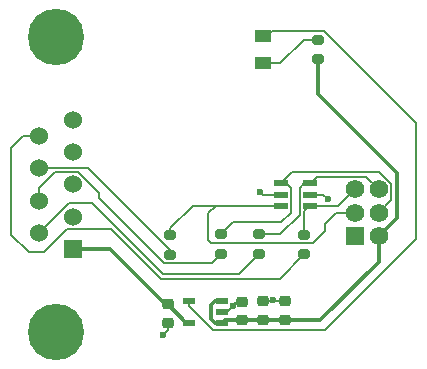
<source format=gtl>
G04 #@! TF.GenerationSoftware,KiCad,Pcbnew,9.0.6*
G04 #@! TF.CreationDate,2026-02-17T21:16:07-05:00*
G04 #@! TF.ProjectId,dvrk-ios,6476726b-2d69-46f7-932e-6b696361645f,rev?*
G04 #@! TF.SameCoordinates,Original*
G04 #@! TF.FileFunction,Copper,L1,Top*
G04 #@! TF.FilePolarity,Positive*
%FSLAX46Y46*%
G04 Gerber Fmt 4.6, Leading zero omitted, Abs format (unit mm)*
G04 Created by KiCad (PCBNEW 9.0.6) date 2026-02-17 21:16:07*
%MOMM*%
%LPD*%
G01*
G04 APERTURE LIST*
G04 Aperture macros list*
%AMRoundRect*
0 Rectangle with rounded corners*
0 $1 Rounding radius*
0 $2 $3 $4 $5 $6 $7 $8 $9 X,Y pos of 4 corners*
0 Add a 4 corners polygon primitive as box body*
4,1,4,$2,$3,$4,$5,$6,$7,$8,$9,$2,$3,0*
0 Add four circle primitives for the rounded corners*
1,1,$1+$1,$2,$3*
1,1,$1+$1,$4,$5*
1,1,$1+$1,$6,$7*
1,1,$1+$1,$8,$9*
0 Add four rect primitives between the rounded corners*
20,1,$1+$1,$2,$3,$4,$5,0*
20,1,$1+$1,$4,$5,$6,$7,0*
20,1,$1+$1,$6,$7,$8,$9,0*
20,1,$1+$1,$8,$9,$2,$3,0*%
G04 Aperture macros list end*
G04 #@! TA.AperFunction,ComponentPad*
%ADD10R,1.575000X1.575000*%
G04 #@! TD*
G04 #@! TA.AperFunction,ComponentPad*
%ADD11C,1.575000*%
G04 #@! TD*
G04 #@! TA.AperFunction,SMDPad,CuDef*
%ADD12RoundRect,0.225000X0.250000X-0.225000X0.250000X0.225000X-0.250000X0.225000X-0.250000X-0.225000X0*%
G04 #@! TD*
G04 #@! TA.AperFunction,SMDPad,CuDef*
%ADD13R,1.150000X0.600000*%
G04 #@! TD*
G04 #@! TA.AperFunction,SMDPad,CuDef*
%ADD14RoundRect,0.200000X-0.275000X0.200000X-0.275000X-0.200000X0.275000X-0.200000X0.275000X0.200000X0*%
G04 #@! TD*
G04 #@! TA.AperFunction,SMDPad,CuDef*
%ADD15RoundRect,0.225000X-0.250000X0.225000X-0.250000X-0.225000X0.250000X-0.225000X0.250000X0.225000X0*%
G04 #@! TD*
G04 #@! TA.AperFunction,ComponentPad*
%ADD16R,1.530000X1.530000*%
G04 #@! TD*
G04 #@! TA.AperFunction,ComponentPad*
%ADD17C,1.530000*%
G04 #@! TD*
G04 #@! TA.AperFunction,ComponentPad*
%ADD18C,4.770000*%
G04 #@! TD*
G04 #@! TA.AperFunction,SMDPad,CuDef*
%ADD19R,1.450000X1.100001*%
G04 #@! TD*
G04 #@! TA.AperFunction,SMDPad,CuDef*
%ADD20R,0.977900X0.508000*%
G04 #@! TD*
G04 #@! TA.AperFunction,SMDPad,CuDef*
%ADD21RoundRect,0.200000X0.275000X-0.200000X0.275000X0.200000X-0.275000X0.200000X-0.275000X-0.200000X0*%
G04 #@! TD*
G04 #@! TA.AperFunction,ViaPad*
%ADD22C,0.600000*%
G04 #@! TD*
G04 #@! TA.AperFunction,Conductor*
%ADD23C,0.177800*%
G04 #@! TD*
G04 #@! TA.AperFunction,Conductor*
%ADD24C,0.355600*%
G04 #@! TD*
G04 APERTURE END LIST*
D10*
X68150000Y-39150000D03*
D11*
X70150000Y-39150000D03*
X68150000Y-37150000D03*
X70150000Y-37150000D03*
X68150000Y-35150000D03*
X70150000Y-35150000D03*
D12*
X52300000Y-46450000D03*
X52300000Y-44900000D03*
D13*
X61850000Y-34650000D03*
X61850000Y-35600000D03*
X61850000Y-36550000D03*
X64350000Y-36550000D03*
X64350000Y-35600000D03*
X64350000Y-34650000D03*
D14*
X63869950Y-39005050D03*
X63869950Y-40655050D03*
X52519950Y-39030050D03*
X52519950Y-40680050D03*
D15*
X58597249Y-44662499D03*
X58597249Y-46212499D03*
D16*
X44270000Y-40225000D03*
D17*
X44270000Y-37485000D03*
X44270000Y-34745000D03*
X44270000Y-32005000D03*
X44270000Y-29265000D03*
X41430000Y-38855000D03*
X41430000Y-36115000D03*
X41430000Y-33375000D03*
X41430000Y-30635000D03*
D18*
X42850000Y-47240000D03*
X42850000Y-22250000D03*
D19*
X60400000Y-22150000D03*
X60400000Y-24450000D03*
D14*
X60069950Y-38980050D03*
X60069950Y-40630050D03*
D20*
X56862499Y-46487500D03*
X56862499Y-45537499D03*
X56862499Y-44587498D03*
X54131999Y-44587498D03*
X54131999Y-46487500D03*
D15*
X62200000Y-44650000D03*
X62200000Y-46200000D03*
D21*
X65025000Y-24125000D03*
X65025000Y-22475000D03*
D15*
X60400000Y-44650000D03*
X60400000Y-46200000D03*
D14*
X56769950Y-38980050D03*
X56769950Y-40630050D03*
D22*
X51900000Y-47450000D03*
X65850000Y-36000000D03*
X57816057Y-45026271D03*
X60100000Y-35350000D03*
X61250000Y-44500000D03*
D23*
X58597249Y-44662499D02*
X58087501Y-44662499D01*
X60350000Y-35600000D02*
X60100000Y-35350000D01*
X64350000Y-35600000D02*
X65450000Y-35600000D01*
X58087501Y-44662499D02*
X57750000Y-45000000D01*
X51900000Y-47450000D02*
X52300000Y-47050000D01*
X60387501Y-44662499D02*
X60400000Y-44650000D01*
X57750000Y-45000000D02*
X57776271Y-45026271D01*
X57304829Y-45537499D02*
X56862499Y-45537499D01*
X61400000Y-44650000D02*
X61250000Y-44500000D01*
X65450000Y-35600000D02*
X65850000Y-36000000D01*
X61100000Y-44650000D02*
X61250000Y-44500000D01*
X52300000Y-47050000D02*
X52300000Y-46450000D01*
X57816057Y-45026271D02*
X57304829Y-45537499D01*
X60400000Y-44650000D02*
X61100000Y-44650000D01*
X62200000Y-44650000D02*
X61400000Y-44650000D01*
X61850000Y-35600000D02*
X60350000Y-35600000D01*
X57776271Y-45026271D02*
X57816057Y-45026271D01*
X45547004Y-33311300D02*
X52519950Y-40284246D01*
X41745100Y-33059900D02*
X41430000Y-33375000D01*
X41493700Y-33311300D02*
X45547004Y-33311300D01*
X41430000Y-33375000D02*
X41493700Y-33311300D01*
X52519950Y-40284246D02*
X52519950Y-40680050D01*
X39050000Y-31650000D02*
X39050000Y-39000000D01*
X61791250Y-42733750D02*
X63869950Y-40655050D01*
X40550000Y-40500000D02*
X41800000Y-40500000D01*
X40065000Y-30635000D02*
X39050000Y-31650000D01*
X39050000Y-39000000D02*
X40550000Y-40500000D01*
X51733750Y-42733750D02*
X61791250Y-42733750D01*
X47539900Y-38539900D02*
X51733750Y-42733750D01*
X41800000Y-40500000D02*
X43760100Y-38539900D01*
X43760100Y-38539900D02*
X47539900Y-38539900D01*
X41430000Y-30635000D02*
X40065000Y-30635000D01*
X42773027Y-33690100D02*
X41430000Y-35033127D01*
X46514900Y-35914900D02*
X46514900Y-35464900D01*
X51969950Y-41369950D02*
X46514900Y-35914900D01*
X44740100Y-33690100D02*
X42773027Y-33690100D01*
X56030050Y-41369950D02*
X51969950Y-41369950D01*
X56769950Y-40630050D02*
X56030050Y-41369950D01*
X41430000Y-35033127D02*
X41430000Y-36115000D01*
X46514900Y-35464900D02*
X44740100Y-33690100D01*
X60069950Y-40630050D02*
X58345050Y-42354950D01*
X43913146Y-36350000D02*
X41430000Y-38833146D01*
X41430000Y-38833146D02*
X41430000Y-38855000D01*
X45885704Y-36350000D02*
X43913146Y-36350000D01*
X58345050Y-42354950D02*
X51890654Y-42354950D01*
X51890654Y-42354950D02*
X45885704Y-36350000D01*
X67455904Y-37300000D02*
X68150000Y-37300000D01*
X56400000Y-36550000D02*
X55750000Y-37200000D01*
X52519950Y-38455050D02*
X54425000Y-36550000D01*
X55750000Y-39485100D02*
X55959850Y-39694950D01*
X55959850Y-39694950D02*
X64600000Y-39694950D01*
X56675000Y-36550000D02*
X56400000Y-36550000D01*
X66516491Y-37150000D02*
X68150000Y-37150000D01*
X64600000Y-39694950D02*
X65600000Y-38694950D01*
X65600000Y-38694950D02*
X65600000Y-38066491D01*
X65600000Y-38066491D02*
X66516491Y-37150000D01*
X61850000Y-36550000D02*
X56675000Y-36550000D01*
X61850000Y-36550000D02*
X61400000Y-36550000D01*
X54425000Y-36550000D02*
X56675000Y-36550000D01*
X55750000Y-37200000D02*
X55750000Y-39485100D01*
X52519950Y-38455050D02*
X52519950Y-39030050D01*
X63869950Y-37030050D02*
X64350000Y-36550000D01*
X63869950Y-39005050D02*
X63869950Y-37030050D01*
X64389900Y-36589900D02*
X64350000Y-36550000D01*
X68150000Y-35150000D02*
X66710100Y-36589900D01*
X64350000Y-36550000D02*
X64550000Y-36750000D01*
X66710100Y-36589900D02*
X64389900Y-36589900D01*
X56769950Y-38980050D02*
X57800000Y-37950000D01*
X71227400Y-34703726D02*
X71227400Y-36072600D01*
X62354800Y-34650000D02*
X61850000Y-34650000D01*
X62714900Y-35010100D02*
X62354800Y-34650000D01*
X71227400Y-36072600D02*
X70150000Y-37150000D01*
X61904800Y-37950000D02*
X62714900Y-37139900D01*
X62806200Y-33693800D02*
X70217474Y-33693800D01*
X62714900Y-37139900D02*
X62714900Y-35010100D01*
X57800000Y-37950000D02*
X61904800Y-37950000D01*
X61850000Y-34650000D02*
X62806200Y-33693800D01*
X70217474Y-33693800D02*
X71227400Y-34703726D01*
X69072600Y-34072600D02*
X64927400Y-34072600D01*
X63485100Y-35010100D02*
X63845200Y-34650000D01*
X63845200Y-34650000D02*
X64350000Y-34650000D01*
X70150000Y-35150000D02*
X69072600Y-34072600D01*
X63485100Y-37314900D02*
X63485100Y-35010100D01*
X61819950Y-38980050D02*
X63485100Y-37314900D01*
X60069950Y-38980050D02*
X61819950Y-38980050D01*
X64927400Y-34072600D02*
X64350000Y-34650000D01*
D24*
X56311950Y-46487500D02*
X55933649Y-46109199D01*
X65233649Y-46231398D02*
X70150000Y-41315047D01*
X61883649Y-46206398D02*
X65208649Y-46206398D01*
X56302549Y-44587498D02*
X56862499Y-44587498D01*
X55933649Y-44956398D02*
X56302549Y-44587498D01*
X58597249Y-46212499D02*
X61877548Y-46212499D01*
X70150000Y-39150000D02*
X71695100Y-37604900D01*
X71695100Y-33795100D02*
X65025000Y-27125000D01*
X58597249Y-46212499D02*
X57137500Y-46212499D01*
X56862499Y-46487500D02*
X56862499Y-46585248D01*
X65025000Y-27125000D02*
X65025000Y-24125000D01*
X57137500Y-46212499D02*
X56862499Y-46487500D01*
X71695100Y-37604900D02*
X71695100Y-33795100D01*
X61877548Y-46212499D02*
X61883649Y-46206398D01*
X65208649Y-46206398D02*
X65233649Y-46231398D01*
X56862499Y-46487500D02*
X56311950Y-46487500D01*
X70150000Y-41315047D02*
X70150000Y-39150000D01*
X55933649Y-46109199D02*
X55933649Y-44956398D01*
X52300000Y-44900000D02*
X53887500Y-46487500D01*
X53887500Y-46487500D02*
X54131999Y-46487500D01*
X52100000Y-44900000D02*
X47425000Y-40225000D01*
X47425000Y-40225000D02*
X44270000Y-40225000D01*
X52093899Y-45106101D02*
X52300000Y-44900000D01*
X52300000Y-44900000D02*
X52100000Y-44900000D01*
D23*
X60400000Y-24450000D02*
X61825000Y-24450000D01*
X60400000Y-24100000D02*
X60700000Y-24100000D01*
X63800000Y-22475000D02*
X65025000Y-22475000D01*
X61825000Y-24450000D02*
X63800000Y-22475000D01*
X65621513Y-47052948D02*
X73300000Y-39374461D01*
X54131999Y-45019298D02*
X56165649Y-47052948D01*
X65508466Y-21785100D02*
X61114900Y-21785100D01*
X73300000Y-29576634D02*
X65508466Y-21785100D01*
X56165649Y-47052948D02*
X65621513Y-47052948D01*
X54131999Y-44587498D02*
X54131999Y-45019298D01*
X73300000Y-39374461D02*
X73300000Y-29576634D01*
X61114900Y-21785100D02*
X60400000Y-22500000D01*
M02*

</source>
